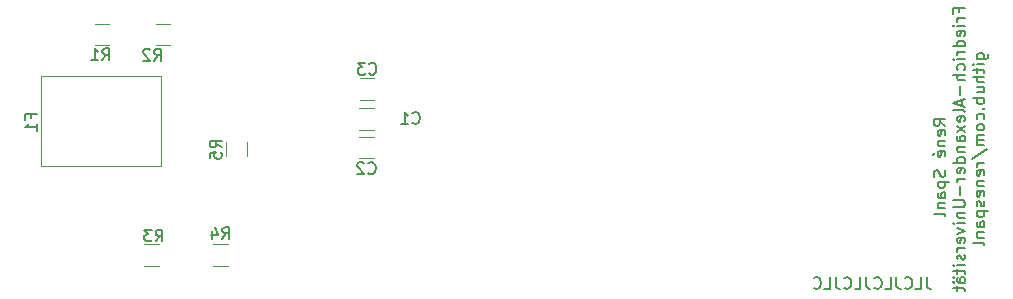
<source format=gbo>
G04 #@! TF.GenerationSoftware,KiCad,Pcbnew,(5.1.6)-1*
G04 #@! TF.CreationDate,2020-11-26T14:04:52+01:00*
G04 #@! TF.ProjectId,IsolationBarrier,49736f6c-6174-4696-9f6e-426172726965,rev?*
G04 #@! TF.SameCoordinates,Original*
G04 #@! TF.FileFunction,Legend,Bot*
G04 #@! TF.FilePolarity,Positive*
%FSLAX46Y46*%
G04 Gerber Fmt 4.6, Leading zero omitted, Abs format (unit mm)*
G04 Created by KiCad (PCBNEW (5.1.6)-1) date 2020-11-26 14:04:52*
%MOMM*%
%LPD*%
G01*
G04 APERTURE LIST*
%ADD10C,0.150000*%
%ADD11C,0.120000*%
G04 APERTURE END LIST*
D10*
X123959080Y-96698919D02*
X123482890Y-96365585D01*
X123959080Y-96127490D02*
X122959080Y-96127490D01*
X122959080Y-96508442D01*
X123006700Y-96603680D01*
X123054319Y-96651300D01*
X123149557Y-96698919D01*
X123292414Y-96698919D01*
X123387652Y-96651300D01*
X123435271Y-96603680D01*
X123482890Y-96508442D01*
X123482890Y-96127490D01*
X123911461Y-97508442D02*
X123959080Y-97413204D01*
X123959080Y-97222728D01*
X123911461Y-97127490D01*
X123816223Y-97079871D01*
X123435271Y-97079871D01*
X123340033Y-97127490D01*
X123292414Y-97222728D01*
X123292414Y-97413204D01*
X123340033Y-97508442D01*
X123435271Y-97556061D01*
X123530509Y-97556061D01*
X123625747Y-97079871D01*
X123292414Y-97984633D02*
X123959080Y-97984633D01*
X123387652Y-97984633D02*
X123340033Y-98032252D01*
X123292414Y-98127490D01*
X123292414Y-98270347D01*
X123340033Y-98365585D01*
X123435271Y-98413204D01*
X123959080Y-98413204D01*
X123911461Y-99270347D02*
X123959080Y-99175109D01*
X123959080Y-98984633D01*
X123911461Y-98889395D01*
X123816223Y-98841776D01*
X123435271Y-98841776D01*
X123340033Y-98889395D01*
X123292414Y-98984633D01*
X123292414Y-99175109D01*
X123340033Y-99270347D01*
X123435271Y-99317966D01*
X123530509Y-99317966D01*
X123625747Y-98841776D01*
X122911461Y-99175109D02*
X123054319Y-99032252D01*
X123911461Y-100460823D02*
X123959080Y-100603680D01*
X123959080Y-100841776D01*
X123911461Y-100937014D01*
X123863842Y-100984633D01*
X123768604Y-101032252D01*
X123673366Y-101032252D01*
X123578128Y-100984633D01*
X123530509Y-100937014D01*
X123482890Y-100841776D01*
X123435271Y-100651300D01*
X123387652Y-100556061D01*
X123340033Y-100508442D01*
X123244795Y-100460823D01*
X123149557Y-100460823D01*
X123054319Y-100508442D01*
X123006700Y-100556061D01*
X122959080Y-100651300D01*
X122959080Y-100889395D01*
X123006700Y-101032252D01*
X123292414Y-101460823D02*
X124292414Y-101460823D01*
X123340033Y-101460823D02*
X123292414Y-101556061D01*
X123292414Y-101746538D01*
X123340033Y-101841776D01*
X123387652Y-101889395D01*
X123482890Y-101937014D01*
X123768604Y-101937014D01*
X123863842Y-101889395D01*
X123911461Y-101841776D01*
X123959080Y-101746538D01*
X123959080Y-101556061D01*
X123911461Y-101460823D01*
X123959080Y-102794157D02*
X123435271Y-102794157D01*
X123340033Y-102746538D01*
X123292414Y-102651300D01*
X123292414Y-102460823D01*
X123340033Y-102365585D01*
X123911461Y-102794157D02*
X123959080Y-102698919D01*
X123959080Y-102460823D01*
X123911461Y-102365585D01*
X123816223Y-102317966D01*
X123720985Y-102317966D01*
X123625747Y-102365585D01*
X123578128Y-102460823D01*
X123578128Y-102698919D01*
X123530509Y-102794157D01*
X123292414Y-103270347D02*
X123959080Y-103270347D01*
X123387652Y-103270347D02*
X123340033Y-103317966D01*
X123292414Y-103413204D01*
X123292414Y-103556061D01*
X123340033Y-103651300D01*
X123435271Y-103698919D01*
X123959080Y-103698919D01*
X123959080Y-104317966D02*
X123911461Y-104222728D01*
X123816223Y-104175109D01*
X122959080Y-104175109D01*
X125085271Y-87079871D02*
X125085271Y-86746538D01*
X125609080Y-86746538D02*
X124609080Y-86746538D01*
X124609080Y-87222728D01*
X125609080Y-87603680D02*
X124942414Y-87603680D01*
X125132890Y-87603680D02*
X125037652Y-87651300D01*
X124990033Y-87698919D01*
X124942414Y-87794157D01*
X124942414Y-87889395D01*
X125609080Y-88222728D02*
X124942414Y-88222728D01*
X124609080Y-88222728D02*
X124656700Y-88175109D01*
X124704319Y-88222728D01*
X124656700Y-88270347D01*
X124609080Y-88222728D01*
X124704319Y-88222728D01*
X125561461Y-89079871D02*
X125609080Y-88984633D01*
X125609080Y-88794157D01*
X125561461Y-88698919D01*
X125466223Y-88651300D01*
X125085271Y-88651300D01*
X124990033Y-88698919D01*
X124942414Y-88794157D01*
X124942414Y-88984633D01*
X124990033Y-89079871D01*
X125085271Y-89127490D01*
X125180509Y-89127490D01*
X125275747Y-88651300D01*
X125609080Y-89984633D02*
X124609080Y-89984633D01*
X125561461Y-89984633D02*
X125609080Y-89889395D01*
X125609080Y-89698919D01*
X125561461Y-89603680D01*
X125513842Y-89556061D01*
X125418604Y-89508442D01*
X125132890Y-89508442D01*
X125037652Y-89556061D01*
X124990033Y-89603680D01*
X124942414Y-89698919D01*
X124942414Y-89889395D01*
X124990033Y-89984633D01*
X125609080Y-90460823D02*
X124942414Y-90460823D01*
X125132890Y-90460823D02*
X125037652Y-90508442D01*
X124990033Y-90556061D01*
X124942414Y-90651300D01*
X124942414Y-90746538D01*
X125609080Y-91079871D02*
X124942414Y-91079871D01*
X124609080Y-91079871D02*
X124656700Y-91032252D01*
X124704319Y-91079871D01*
X124656700Y-91127490D01*
X124609080Y-91079871D01*
X124704319Y-91079871D01*
X125561461Y-91984633D02*
X125609080Y-91889395D01*
X125609080Y-91698919D01*
X125561461Y-91603680D01*
X125513842Y-91556061D01*
X125418604Y-91508442D01*
X125132890Y-91508442D01*
X125037652Y-91556061D01*
X124990033Y-91603680D01*
X124942414Y-91698919D01*
X124942414Y-91889395D01*
X124990033Y-91984633D01*
X125609080Y-92413204D02*
X124609080Y-92413204D01*
X125609080Y-92841776D02*
X125085271Y-92841776D01*
X124990033Y-92794157D01*
X124942414Y-92698919D01*
X124942414Y-92556061D01*
X124990033Y-92460823D01*
X125037652Y-92413204D01*
X125228128Y-93317966D02*
X125228128Y-94079871D01*
X125323366Y-94508442D02*
X125323366Y-94984633D01*
X125609080Y-94413204D02*
X124609080Y-94746538D01*
X125609080Y-95079871D01*
X125609080Y-95556061D02*
X125561461Y-95460823D01*
X125466223Y-95413204D01*
X124609080Y-95413204D01*
X125561461Y-96317966D02*
X125609080Y-96222728D01*
X125609080Y-96032252D01*
X125561461Y-95937014D01*
X125466223Y-95889395D01*
X125085271Y-95889395D01*
X124990033Y-95937014D01*
X124942414Y-96032252D01*
X124942414Y-96222728D01*
X124990033Y-96317966D01*
X125085271Y-96365585D01*
X125180509Y-96365585D01*
X125275747Y-95889395D01*
X125609080Y-96698919D02*
X124942414Y-97222728D01*
X124942414Y-96698919D02*
X125609080Y-97222728D01*
X125609080Y-98032252D02*
X125085271Y-98032252D01*
X124990033Y-97984633D01*
X124942414Y-97889395D01*
X124942414Y-97698919D01*
X124990033Y-97603680D01*
X125561461Y-98032252D02*
X125609080Y-97937014D01*
X125609080Y-97698919D01*
X125561461Y-97603680D01*
X125466223Y-97556061D01*
X125370985Y-97556061D01*
X125275747Y-97603680D01*
X125228128Y-97698919D01*
X125228128Y-97937014D01*
X125180509Y-98032252D01*
X124942414Y-98508442D02*
X125609080Y-98508442D01*
X125037652Y-98508442D02*
X124990033Y-98556061D01*
X124942414Y-98651300D01*
X124942414Y-98794157D01*
X124990033Y-98889395D01*
X125085271Y-98937014D01*
X125609080Y-98937014D01*
X125609080Y-99841776D02*
X124609080Y-99841776D01*
X125561461Y-99841776D02*
X125609080Y-99746538D01*
X125609080Y-99556061D01*
X125561461Y-99460823D01*
X125513842Y-99413204D01*
X125418604Y-99365585D01*
X125132890Y-99365585D01*
X125037652Y-99413204D01*
X124990033Y-99460823D01*
X124942414Y-99556061D01*
X124942414Y-99746538D01*
X124990033Y-99841776D01*
X125561461Y-100698919D02*
X125609080Y-100603680D01*
X125609080Y-100413204D01*
X125561461Y-100317966D01*
X125466223Y-100270347D01*
X125085271Y-100270347D01*
X124990033Y-100317966D01*
X124942414Y-100413204D01*
X124942414Y-100603680D01*
X124990033Y-100698919D01*
X125085271Y-100746538D01*
X125180509Y-100746538D01*
X125275747Y-100270347D01*
X125609080Y-101175109D02*
X124942414Y-101175109D01*
X125132890Y-101175109D02*
X125037652Y-101222728D01*
X124990033Y-101270347D01*
X124942414Y-101365585D01*
X124942414Y-101460823D01*
X125228128Y-101794157D02*
X125228128Y-102556061D01*
X124609080Y-103032252D02*
X125418604Y-103032252D01*
X125513842Y-103079871D01*
X125561461Y-103127490D01*
X125609080Y-103222728D01*
X125609080Y-103413204D01*
X125561461Y-103508442D01*
X125513842Y-103556061D01*
X125418604Y-103603680D01*
X124609080Y-103603680D01*
X124942414Y-104079871D02*
X125609080Y-104079871D01*
X125037652Y-104079871D02*
X124990033Y-104127490D01*
X124942414Y-104222728D01*
X124942414Y-104365585D01*
X124990033Y-104460823D01*
X125085271Y-104508442D01*
X125609080Y-104508442D01*
X125609080Y-104984633D02*
X124942414Y-104984633D01*
X124609080Y-104984633D02*
X124656700Y-104937014D01*
X124704319Y-104984633D01*
X124656700Y-105032252D01*
X124609080Y-104984633D01*
X124704319Y-104984633D01*
X124942414Y-105365585D02*
X125609080Y-105603680D01*
X124942414Y-105841776D01*
X125561461Y-106603680D02*
X125609080Y-106508442D01*
X125609080Y-106317966D01*
X125561461Y-106222728D01*
X125466223Y-106175109D01*
X125085271Y-106175109D01*
X124990033Y-106222728D01*
X124942414Y-106317966D01*
X124942414Y-106508442D01*
X124990033Y-106603680D01*
X125085271Y-106651300D01*
X125180509Y-106651300D01*
X125275747Y-106175109D01*
X125609080Y-107079871D02*
X124942414Y-107079871D01*
X125132890Y-107079871D02*
X125037652Y-107127490D01*
X124990033Y-107175109D01*
X124942414Y-107270347D01*
X124942414Y-107365585D01*
X125561461Y-107651300D02*
X125609080Y-107746538D01*
X125609080Y-107937014D01*
X125561461Y-108032252D01*
X125466223Y-108079871D01*
X125418604Y-108079871D01*
X125323366Y-108032252D01*
X125275747Y-107937014D01*
X125275747Y-107794157D01*
X125228128Y-107698919D01*
X125132890Y-107651300D01*
X125085271Y-107651300D01*
X124990033Y-107698919D01*
X124942414Y-107794157D01*
X124942414Y-107937014D01*
X124990033Y-108032252D01*
X125609080Y-108508442D02*
X124942414Y-108508442D01*
X124609080Y-108508442D02*
X124656700Y-108460823D01*
X124704319Y-108508442D01*
X124656700Y-108556061D01*
X124609080Y-108508442D01*
X124704319Y-108508442D01*
X124942414Y-108841776D02*
X124942414Y-109222728D01*
X124609080Y-108984633D02*
X125466223Y-108984633D01*
X125561461Y-109032252D01*
X125609080Y-109127490D01*
X125609080Y-109222728D01*
X125609080Y-109984633D02*
X125085271Y-109984633D01*
X124990033Y-109937014D01*
X124942414Y-109841776D01*
X124942414Y-109651300D01*
X124990033Y-109556061D01*
X125561461Y-109984633D02*
X125609080Y-109889395D01*
X125609080Y-109651300D01*
X125561461Y-109556061D01*
X125466223Y-109508442D01*
X125370985Y-109508442D01*
X125275747Y-109556061D01*
X125228128Y-109651300D01*
X125228128Y-109889395D01*
X125180509Y-109984633D01*
X124609080Y-109556061D02*
X124656700Y-109603680D01*
X124704319Y-109556061D01*
X124656700Y-109508442D01*
X124609080Y-109556061D01*
X124704319Y-109556061D01*
X124609080Y-109937014D02*
X124656700Y-109984633D01*
X124704319Y-109937014D01*
X124656700Y-109889395D01*
X124609080Y-109937014D01*
X124704319Y-109937014D01*
X124942414Y-110317966D02*
X124942414Y-110698919D01*
X124609080Y-110460823D02*
X125466223Y-110460823D01*
X125561461Y-110508442D01*
X125609080Y-110603680D01*
X125609080Y-110698919D01*
X126592414Y-91032252D02*
X127401938Y-91032252D01*
X127497176Y-90984633D01*
X127544795Y-90937014D01*
X127592414Y-90841776D01*
X127592414Y-90698919D01*
X127544795Y-90603680D01*
X127211461Y-91032252D02*
X127259080Y-90937014D01*
X127259080Y-90746538D01*
X127211461Y-90651300D01*
X127163842Y-90603680D01*
X127068604Y-90556061D01*
X126782890Y-90556061D01*
X126687652Y-90603680D01*
X126640033Y-90651300D01*
X126592414Y-90746538D01*
X126592414Y-90937014D01*
X126640033Y-91032252D01*
X127259080Y-91508442D02*
X126592414Y-91508442D01*
X126259080Y-91508442D02*
X126306700Y-91460823D01*
X126354319Y-91508442D01*
X126306700Y-91556061D01*
X126259080Y-91508442D01*
X126354319Y-91508442D01*
X126592414Y-91841776D02*
X126592414Y-92222728D01*
X126259080Y-91984633D02*
X127116223Y-91984633D01*
X127211461Y-92032252D01*
X127259080Y-92127490D01*
X127259080Y-92222728D01*
X127259080Y-92556061D02*
X126259080Y-92556061D01*
X127259080Y-92984633D02*
X126735271Y-92984633D01*
X126640033Y-92937014D01*
X126592414Y-92841776D01*
X126592414Y-92698919D01*
X126640033Y-92603680D01*
X126687652Y-92556061D01*
X126592414Y-93889395D02*
X127259080Y-93889395D01*
X126592414Y-93460823D02*
X127116223Y-93460823D01*
X127211461Y-93508442D01*
X127259080Y-93603680D01*
X127259080Y-93746538D01*
X127211461Y-93841776D01*
X127163842Y-93889395D01*
X127259080Y-94365585D02*
X126259080Y-94365585D01*
X126640033Y-94365585D02*
X126592414Y-94460823D01*
X126592414Y-94651300D01*
X126640033Y-94746538D01*
X126687652Y-94794157D01*
X126782890Y-94841776D01*
X127068604Y-94841776D01*
X127163842Y-94794157D01*
X127211461Y-94746538D01*
X127259080Y-94651300D01*
X127259080Y-94460823D01*
X127211461Y-94365585D01*
X127163842Y-95270347D02*
X127211461Y-95317966D01*
X127259080Y-95270347D01*
X127211461Y-95222728D01*
X127163842Y-95270347D01*
X127259080Y-95270347D01*
X127211461Y-96175109D02*
X127259080Y-96079871D01*
X127259080Y-95889395D01*
X127211461Y-95794157D01*
X127163842Y-95746538D01*
X127068604Y-95698919D01*
X126782890Y-95698919D01*
X126687652Y-95746538D01*
X126640033Y-95794157D01*
X126592414Y-95889395D01*
X126592414Y-96079871D01*
X126640033Y-96175109D01*
X127259080Y-96746538D02*
X127211461Y-96651300D01*
X127163842Y-96603680D01*
X127068604Y-96556061D01*
X126782890Y-96556061D01*
X126687652Y-96603680D01*
X126640033Y-96651300D01*
X126592414Y-96746538D01*
X126592414Y-96889395D01*
X126640033Y-96984633D01*
X126687652Y-97032252D01*
X126782890Y-97079871D01*
X127068604Y-97079871D01*
X127163842Y-97032252D01*
X127211461Y-96984633D01*
X127259080Y-96889395D01*
X127259080Y-96746538D01*
X127259080Y-97508442D02*
X126592414Y-97508442D01*
X126687652Y-97508442D02*
X126640033Y-97556061D01*
X126592414Y-97651300D01*
X126592414Y-97794157D01*
X126640033Y-97889395D01*
X126735271Y-97937014D01*
X127259080Y-97937014D01*
X126735271Y-97937014D02*
X126640033Y-97984633D01*
X126592414Y-98079871D01*
X126592414Y-98222728D01*
X126640033Y-98317966D01*
X126735271Y-98365585D01*
X127259080Y-98365585D01*
X126211461Y-99556061D02*
X127497176Y-98698919D01*
X127259080Y-99889395D02*
X126592414Y-99889395D01*
X126782890Y-99889395D02*
X126687652Y-99937014D01*
X126640033Y-99984633D01*
X126592414Y-100079871D01*
X126592414Y-100175109D01*
X127211461Y-100889395D02*
X127259080Y-100794157D01*
X127259080Y-100603680D01*
X127211461Y-100508442D01*
X127116223Y-100460823D01*
X126735271Y-100460823D01*
X126640033Y-100508442D01*
X126592414Y-100603680D01*
X126592414Y-100794157D01*
X126640033Y-100889395D01*
X126735271Y-100937014D01*
X126830509Y-100937014D01*
X126925747Y-100460823D01*
X126592414Y-101365585D02*
X127259080Y-101365585D01*
X126687652Y-101365585D02*
X126640033Y-101413204D01*
X126592414Y-101508442D01*
X126592414Y-101651300D01*
X126640033Y-101746538D01*
X126735271Y-101794157D01*
X127259080Y-101794157D01*
X127211461Y-102651300D02*
X127259080Y-102556061D01*
X127259080Y-102365585D01*
X127211461Y-102270347D01*
X127116223Y-102222728D01*
X126735271Y-102222728D01*
X126640033Y-102270347D01*
X126592414Y-102365585D01*
X126592414Y-102556061D01*
X126640033Y-102651300D01*
X126735271Y-102698919D01*
X126830509Y-102698919D01*
X126925747Y-102222728D01*
X127211461Y-103079871D02*
X127259080Y-103175109D01*
X127259080Y-103365585D01*
X127211461Y-103460823D01*
X127116223Y-103508442D01*
X127068604Y-103508442D01*
X126973366Y-103460823D01*
X126925747Y-103365585D01*
X126925747Y-103222728D01*
X126878128Y-103127490D01*
X126782890Y-103079871D01*
X126735271Y-103079871D01*
X126640033Y-103127490D01*
X126592414Y-103222728D01*
X126592414Y-103365585D01*
X126640033Y-103460823D01*
X126592414Y-103937014D02*
X127592414Y-103937014D01*
X126640033Y-103937014D02*
X126592414Y-104032252D01*
X126592414Y-104222728D01*
X126640033Y-104317966D01*
X126687652Y-104365585D01*
X126782890Y-104413204D01*
X127068604Y-104413204D01*
X127163842Y-104365585D01*
X127211461Y-104317966D01*
X127259080Y-104222728D01*
X127259080Y-104032252D01*
X127211461Y-103937014D01*
X127259080Y-105270347D02*
X126735271Y-105270347D01*
X126640033Y-105222728D01*
X126592414Y-105127490D01*
X126592414Y-104937014D01*
X126640033Y-104841776D01*
X127211461Y-105270347D02*
X127259080Y-105175109D01*
X127259080Y-104937014D01*
X127211461Y-104841776D01*
X127116223Y-104794157D01*
X127020985Y-104794157D01*
X126925747Y-104841776D01*
X126878128Y-104937014D01*
X126878128Y-105175109D01*
X126830509Y-105270347D01*
X126592414Y-105746538D02*
X127259080Y-105746538D01*
X126687652Y-105746538D02*
X126640033Y-105794157D01*
X126592414Y-105889395D01*
X126592414Y-106032252D01*
X126640033Y-106127490D01*
X126735271Y-106175109D01*
X127259080Y-106175109D01*
X127259080Y-106794157D02*
X127211461Y-106698919D01*
X127116223Y-106651300D01*
X126259080Y-106651300D01*
X122371647Y-109520980D02*
X122371647Y-110235266D01*
X122419266Y-110378123D01*
X122514504Y-110473361D01*
X122657361Y-110520980D01*
X122752600Y-110520980D01*
X121419266Y-110520980D02*
X121895457Y-110520980D01*
X121895457Y-109520980D01*
X120514504Y-110425742D02*
X120562123Y-110473361D01*
X120704980Y-110520980D01*
X120800219Y-110520980D01*
X120943076Y-110473361D01*
X121038314Y-110378123D01*
X121085933Y-110282885D01*
X121133552Y-110092409D01*
X121133552Y-109949552D01*
X121085933Y-109759076D01*
X121038314Y-109663838D01*
X120943076Y-109568600D01*
X120800219Y-109520980D01*
X120704980Y-109520980D01*
X120562123Y-109568600D01*
X120514504Y-109616219D01*
X119800219Y-109520980D02*
X119800219Y-110235266D01*
X119847838Y-110378123D01*
X119943076Y-110473361D01*
X120085933Y-110520980D01*
X120181171Y-110520980D01*
X118847838Y-110520980D02*
X119324028Y-110520980D01*
X119324028Y-109520980D01*
X117943076Y-110425742D02*
X117990695Y-110473361D01*
X118133552Y-110520980D01*
X118228790Y-110520980D01*
X118371647Y-110473361D01*
X118466885Y-110378123D01*
X118514504Y-110282885D01*
X118562123Y-110092409D01*
X118562123Y-109949552D01*
X118514504Y-109759076D01*
X118466885Y-109663838D01*
X118371647Y-109568600D01*
X118228790Y-109520980D01*
X118133552Y-109520980D01*
X117990695Y-109568600D01*
X117943076Y-109616219D01*
X117228790Y-109520980D02*
X117228790Y-110235266D01*
X117276409Y-110378123D01*
X117371647Y-110473361D01*
X117514504Y-110520980D01*
X117609742Y-110520980D01*
X116276409Y-110520980D02*
X116752600Y-110520980D01*
X116752600Y-109520980D01*
X115371647Y-110425742D02*
X115419266Y-110473361D01*
X115562123Y-110520980D01*
X115657361Y-110520980D01*
X115800219Y-110473361D01*
X115895457Y-110378123D01*
X115943076Y-110282885D01*
X115990695Y-110092409D01*
X115990695Y-109949552D01*
X115943076Y-109759076D01*
X115895457Y-109663838D01*
X115800219Y-109568600D01*
X115657361Y-109520980D01*
X115562123Y-109520980D01*
X115419266Y-109568600D01*
X115371647Y-109616219D01*
X114657361Y-109520980D02*
X114657361Y-110235266D01*
X114704980Y-110378123D01*
X114800219Y-110473361D01*
X114943076Y-110520980D01*
X115038314Y-110520980D01*
X113704980Y-110520980D02*
X114181171Y-110520980D01*
X114181171Y-109520980D01*
X112800219Y-110425742D02*
X112847838Y-110473361D01*
X112990695Y-110520980D01*
X113085933Y-110520980D01*
X113228790Y-110473361D01*
X113324028Y-110378123D01*
X113371647Y-110282885D01*
X113419266Y-110092409D01*
X113419266Y-109949552D01*
X113371647Y-109759076D01*
X113324028Y-109663838D01*
X113228790Y-109568600D01*
X113085933Y-109520980D01*
X112990695Y-109520980D01*
X112847838Y-109568600D01*
X112800219Y-109616219D01*
D11*
X63020000Y-99289864D02*
X63020000Y-98085736D01*
X64840000Y-99289864D02*
X64840000Y-98085736D01*
X63171564Y-108578300D02*
X61967436Y-108578300D01*
X63171564Y-106758300D02*
X61967436Y-106758300D01*
X57329564Y-108578300D02*
X56125436Y-108578300D01*
X57329564Y-106758300D02*
X56125436Y-106758300D01*
X58341364Y-89889700D02*
X57137236Y-89889700D01*
X58341364Y-88069700D02*
X57137236Y-88069700D01*
X53159764Y-89889700D02*
X51955636Y-89889700D01*
X53159764Y-88069700D02*
X51955636Y-88069700D01*
X57521800Y-92459500D02*
X54981800Y-92459500D01*
X57521800Y-100079500D02*
X54981800Y-100079500D01*
X47361800Y-100079500D02*
X47361800Y-92459500D01*
X54981800Y-100079500D02*
X47361800Y-100079500D01*
X57521800Y-92459500D02*
X57521800Y-100079500D01*
X47361800Y-92459500D02*
X54981800Y-92459500D01*
X74367136Y-92706100D02*
X75571264Y-92706100D01*
X74367136Y-94526100D02*
X75571264Y-94526100D01*
X74333036Y-97620100D02*
X75537164Y-97620100D01*
X74333036Y-99440100D02*
X75537164Y-99440100D01*
X74333036Y-95232500D02*
X75537164Y-95232500D01*
X74333036Y-97052500D02*
X75537164Y-97052500D01*
D10*
X62680580Y-98546533D02*
X62204390Y-98213200D01*
X62680580Y-97975104D02*
X61680580Y-97975104D01*
X61680580Y-98356057D01*
X61728200Y-98451295D01*
X61775819Y-98498914D01*
X61871057Y-98546533D01*
X62013914Y-98546533D01*
X62109152Y-98498914D01*
X62156771Y-98451295D01*
X62204390Y-98356057D01*
X62204390Y-97975104D01*
X61680580Y-99451295D02*
X61680580Y-98975104D01*
X62156771Y-98927485D01*
X62109152Y-98975104D01*
X62061533Y-99070342D01*
X62061533Y-99308438D01*
X62109152Y-99403676D01*
X62156771Y-99451295D01*
X62252009Y-99498914D01*
X62490104Y-99498914D01*
X62585342Y-99451295D01*
X62632961Y-99403676D01*
X62680580Y-99308438D01*
X62680580Y-99070342D01*
X62632961Y-98975104D01*
X62585342Y-98927485D01*
X62736166Y-106300680D02*
X63069500Y-105824490D01*
X63307595Y-106300680D02*
X63307595Y-105300680D01*
X62926642Y-105300680D01*
X62831404Y-105348300D01*
X62783785Y-105395919D01*
X62736166Y-105491157D01*
X62736166Y-105634014D01*
X62783785Y-105729252D01*
X62831404Y-105776871D01*
X62926642Y-105824490D01*
X63307595Y-105824490D01*
X61879023Y-105634014D02*
X61879023Y-106300680D01*
X62117119Y-105253061D02*
X62355214Y-105967347D01*
X61736166Y-105967347D01*
X57094166Y-106500680D02*
X57427500Y-106024490D01*
X57665595Y-106500680D02*
X57665595Y-105500680D01*
X57284642Y-105500680D01*
X57189404Y-105548300D01*
X57141785Y-105595919D01*
X57094166Y-105691157D01*
X57094166Y-105834014D01*
X57141785Y-105929252D01*
X57189404Y-105976871D01*
X57284642Y-106024490D01*
X57665595Y-106024490D01*
X56760833Y-105500680D02*
X56141785Y-105500680D01*
X56475119Y-105881633D01*
X56332261Y-105881633D01*
X56237023Y-105929252D01*
X56189404Y-105976871D01*
X56141785Y-106072109D01*
X56141785Y-106310204D01*
X56189404Y-106405442D01*
X56237023Y-106453061D01*
X56332261Y-106500680D01*
X56617976Y-106500680D01*
X56713214Y-106453061D01*
X56760833Y-106405442D01*
X56977266Y-91184680D02*
X57310600Y-90708490D01*
X57548695Y-91184680D02*
X57548695Y-90184680D01*
X57167742Y-90184680D01*
X57072504Y-90232300D01*
X57024885Y-90279919D01*
X56977266Y-90375157D01*
X56977266Y-90518014D01*
X57024885Y-90613252D01*
X57072504Y-90660871D01*
X57167742Y-90708490D01*
X57548695Y-90708490D01*
X56596314Y-90279919D02*
X56548695Y-90232300D01*
X56453457Y-90184680D01*
X56215361Y-90184680D01*
X56120123Y-90232300D01*
X56072504Y-90279919D01*
X56024885Y-90375157D01*
X56024885Y-90470395D01*
X56072504Y-90613252D01*
X56643933Y-91184680D01*
X56024885Y-91184680D01*
X52583066Y-91159280D02*
X52916400Y-90683090D01*
X53154495Y-91159280D02*
X53154495Y-90159280D01*
X52773542Y-90159280D01*
X52678304Y-90206900D01*
X52630685Y-90254519D01*
X52583066Y-90349757D01*
X52583066Y-90492614D01*
X52630685Y-90587852D01*
X52678304Y-90635471D01*
X52773542Y-90683090D01*
X53154495Y-90683090D01*
X51630685Y-91159280D02*
X52202114Y-91159280D01*
X51916400Y-91159280D02*
X51916400Y-90159280D01*
X52011638Y-90302138D01*
X52106876Y-90397376D01*
X52202114Y-90444995D01*
X46502971Y-96088566D02*
X46502971Y-95755233D01*
X47026780Y-95755233D02*
X46026780Y-95755233D01*
X46026780Y-96231423D01*
X47026780Y-97136185D02*
X47026780Y-96564757D01*
X47026780Y-96850471D02*
X46026780Y-96850471D01*
X46169638Y-96755233D01*
X46264876Y-96659995D01*
X46312495Y-96564757D01*
X75163666Y-92283242D02*
X75211285Y-92330861D01*
X75354142Y-92378480D01*
X75449380Y-92378480D01*
X75592238Y-92330861D01*
X75687476Y-92235623D01*
X75735095Y-92140385D01*
X75782714Y-91949909D01*
X75782714Y-91807052D01*
X75735095Y-91616576D01*
X75687476Y-91521338D01*
X75592238Y-91426100D01*
X75449380Y-91378480D01*
X75354142Y-91378480D01*
X75211285Y-91426100D01*
X75163666Y-91473719D01*
X74830333Y-91378480D02*
X74211285Y-91378480D01*
X74544619Y-91759433D01*
X74401761Y-91759433D01*
X74306523Y-91807052D01*
X74258904Y-91854671D01*
X74211285Y-91949909D01*
X74211285Y-92188004D01*
X74258904Y-92283242D01*
X74306523Y-92330861D01*
X74401761Y-92378480D01*
X74687476Y-92378480D01*
X74782714Y-92330861D01*
X74830333Y-92283242D01*
X75101766Y-100707242D02*
X75149385Y-100754861D01*
X75292242Y-100802480D01*
X75387480Y-100802480D01*
X75530338Y-100754861D01*
X75625576Y-100659623D01*
X75673195Y-100564385D01*
X75720814Y-100373909D01*
X75720814Y-100231052D01*
X75673195Y-100040576D01*
X75625576Y-99945338D01*
X75530338Y-99850100D01*
X75387480Y-99802480D01*
X75292242Y-99802480D01*
X75149385Y-99850100D01*
X75101766Y-99897719D01*
X74720814Y-99897719D02*
X74673195Y-99850100D01*
X74577957Y-99802480D01*
X74339861Y-99802480D01*
X74244623Y-99850100D01*
X74197004Y-99897719D01*
X74149385Y-99992957D01*
X74149385Y-100088195D01*
X74197004Y-100231052D01*
X74768433Y-100802480D01*
X74149385Y-100802480D01*
X78828666Y-96468442D02*
X78876285Y-96516061D01*
X79019142Y-96563680D01*
X79114380Y-96563680D01*
X79257238Y-96516061D01*
X79352476Y-96420823D01*
X79400095Y-96325585D01*
X79447714Y-96135109D01*
X79447714Y-95992252D01*
X79400095Y-95801776D01*
X79352476Y-95706538D01*
X79257238Y-95611300D01*
X79114380Y-95563680D01*
X79019142Y-95563680D01*
X78876285Y-95611300D01*
X78828666Y-95658919D01*
X77876285Y-96563680D02*
X78447714Y-96563680D01*
X78162000Y-96563680D02*
X78162000Y-95563680D01*
X78257238Y-95706538D01*
X78352476Y-95801776D01*
X78447714Y-95849395D01*
M02*

</source>
